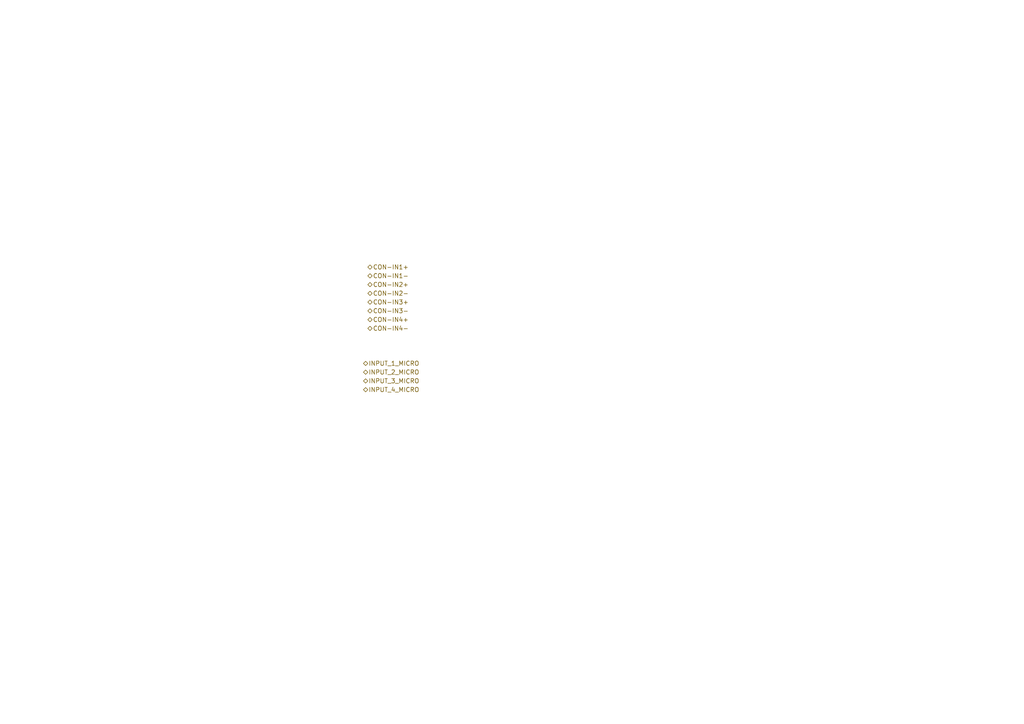
<source format=kicad_sch>
(kicad_sch (version 20230121) (generator eeschema)
  (paper "A4")
  (lib_symbols)
  (hierarchical_label "CON-IN1+" (shape bidirectional) (at 106.68 77.47 0))
  (hierarchical_label "INPUT_2_MICRO" (shape bidirectional) (at 105.41 107.95 0))
  (hierarchical_label "INPUT_3_MICRO" (shape bidirectional) (at 105.41 110.49 0))
  (hierarchical_label "INPUT_4_MICRO" (shape bidirectional) (at 105.41 113.03 0))
  (hierarchical_label "INPUT_1_MICRO" (shape bidirectional) (at 105.41 105.41 0))
  (hierarchical_label "CON-IN4+" (shape bidirectional) (at 106.68 92.71 0))
  (hierarchical_label "CON-IN4-" (shape bidirectional) (at 106.68 95.25 0))
  (hierarchical_label "CON-IN2+" (shape bidirectional) (at 106.68 82.55 0))
  (hierarchical_label "CON-IN3-" (shape bidirectional) (at 106.68 90.17 0))
  (hierarchical_label "CON-IN3+" (shape bidirectional) (at 106.68 87.63 0))
  (hierarchical_label "CON-IN1-" (shape bidirectional) (at 106.68 80.01 0))
  (hierarchical_label "CON-IN2-" (shape bidirectional) (at 106.68 85.09 0))
)
</source>
